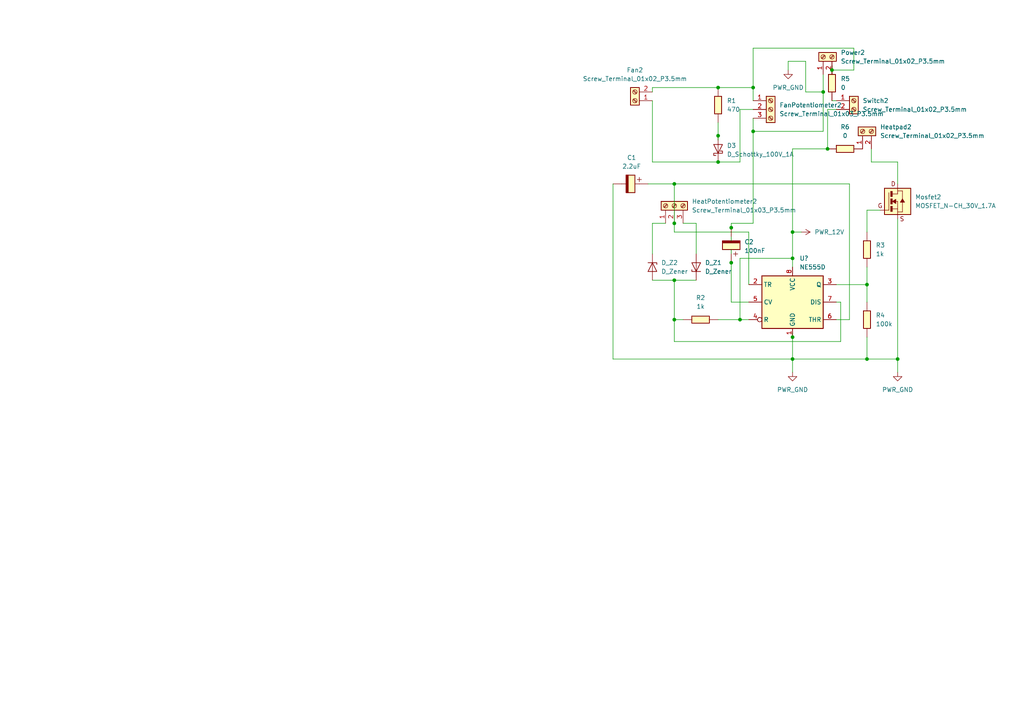
<source format=kicad_sch>
(kicad_sch (version 20211123) (generator eeschema)
  (paper "A4")
  (lib_symbols
    (symbol "Timer:NE555D"
      (property "Reference" "U" (at -10.16 8.89 0))
      (property "Value" "NE555D" (at 2.54 8.89 0))
      (symbol "NE555D_0_0"
        (pin power_in line (at 0 -10.16 90) (length 2.54) (name "GND") (number "1"))
        (pin power_in line (at 0 10.16 270) (length 2.54) (name "VCC") (number "8"))
      )
      (symbol "NE555D_0_1"
        (rectangle (start -8.89 -7.62) (end 8.89 7.62) (stroke (width 0.254)) (fill (type background)))
        (rectangle (start -8.89 -7.62) (end 8.89 7.62) (stroke (width 0.254)) (fill (type background)))
      )
      (symbol "NE555D_1_1"
        (pin input line (at -12.7 5.08 0) (length 3.81) (name "TR") (number "2"))
        (pin output line (at 12.7 5.08 180) (length 3.81) (name "Q") (number "3"))
        (pin input inverted (at -12.7 -5.08 0) (length 3.81) (name "R") (number "4"))
        (pin input line (at -12.7 0 0) (length 3.81) (name "CV") (number "5"))
        (pin input line (at 12.7 -5.08 180) (length 3.81) (name "THR") (number "6"))
        (pin input line (at 12.7 0 180) (length 3.81) (name "DIS") (number "7"))
      )
    )
    (symbol "fab:CP_Elec_D10.0mm" (pin_numbers hide)
      (property "Reference" "C" (at 1.27 2.54 0))
      (property "Value" "CP_Elec_D10.0mm" (at 1.27 -2.54 0))
      (symbol "CP_Elec_D10.0mm_0_1"
        (rectangle (start -2.54 -0.635) (end 2.54 -1.27) (fill (type outline)))
        (polyline (pts (xy -1.27 1.905) (xy -1.27 3.175)))
        (polyline (pts (xy -0.635 2.54) (xy -1.905 2.54)))
        (polyline (pts (xy 0 -1.27) (xy 0 -2.54)))
        (polyline (pts (xy 0 2.54) (xy 0 1.27)))
        (polyline (pts (xy -2.54 -1.27) (xy -2.54 1.27) (xy 2.54 1.27) (xy 2.54 -1.27) (xy -2.54 -1.27)) (stroke (width 0.254)) (fill (type background)))
      )
      (symbol "CP_Elec_D10.0mm_1_1"
        (pin passive line (at 0 5.08 270) (length 2.54) (name "~") (number "1"))
        (pin passive line (at 0 -5.08 90) (length 2.54) (name "~") (number "2"))
      )
    )
    (symbol "fab:D_Schottky_100V_1A" (pin_numbers hide) (pin_names (offset 1.016) hide)
      (property "Reference" "D" (at 0 2.54 0))
      (property "Value" "D_Schottky_100V_1A" (at 0 -2.54 0))
      (symbol "D_Schottky_100V_1A_0_1"
        (polyline (pts (xy 1.27 0) (xy -1.27 0)))
        (polyline (pts (xy 1.27 1.27) (xy 1.27 -1.27) (xy -1.27 0) (xy 1.27 1.27)) (stroke (width 0.2032)))
        (polyline (pts (xy -1.905 0.635) (xy -1.905 1.27) (xy -1.27 1.27) (xy -1.27 -1.27) (xy -0.635 -1.27) (xy -0.635 -0.635)) (stroke (width 0.2032)))
      )
      (symbol "D_Schottky_100V_1A_1_1"
        (pin passive line (at -3.81 0 0) (length 2.54) (name "K") (number "1"))
        (pin passive line (at 3.81 0 180) (length 2.54) (name "A") (number "2"))
      )
    )
    (symbol "fab:D_Zener" (pin_numbers hide) (pin_names hide)
      (property "Reference" "D" (at 0 2.54 0))
      (property "Value" "D_Zener" (at 0 -2.54 0))
      (symbol "D_Zener_0_1"
        (polyline (pts (xy 1.27 0) (xy -1.27 0)))
        (polyline (pts (xy -1.27 -1.27) (xy -1.27 1.27) (xy -0.762 1.27)) (stroke (width 0.2032)))
        (polyline (pts (xy 1.27 -1.27) (xy 1.27 1.27) (xy -1.27 0) (xy 1.27 -1.27)) (stroke (width 0.2032)))
      )
      (symbol "D_Zener_1_1"
        (pin passive line (at -3.81 0 0) (length 2.54) (name "K") (number "1"))
        (pin passive line (at 3.81 0 180) (length 2.54) (name "A") (number "2"))
      )
    )
    (symbol "fab:MOSFET_N-CH_30V_1.7A" (pin_numbers hide) (pin_names (offset 1.016) hide)
      (property "Reference" "Q" (at 1.27 7.62 0))
      (property "Value" "MOSFET_N-CH_30V_1.7A" (at 1.27 5.08 0))
      (symbol "MOSFET_N-CH_30V_1.7A_0_1"
        (rectangle (start -3.81 3.81) (end 3.81 -3.81) (stroke (width 0.254)) (fill (type background)))
      )
      (symbol "MOSFET_N-CH_30V_1.7A_1_0"
        (polyline (pts (xy -2.54 -2.54) (xy -2.54 2.54)))
        (polyline (pts (xy -1.524 -2.159) (xy 0 -2.159)))
        (polyline (pts (xy -1.524 2.159) (xy 0 2.159)))
        (polyline (pts (xy -0.508 0) (xy 0 0)))
        (polyline (pts (xy 0 -2.159) (xy 0 -2.54)))
        (polyline (pts (xy 0 0) (xy 0 -2.159)))
        (polyline (pts (xy 0 2.159) (xy 0 2.54)))
        (polyline (pts (xy 0 3.048) (xy 1.397 3.048)))
        (polyline (pts (xy 1.397 -3.048) (xy 0 -3.048)))
        (polyline (pts (xy 1.397 -0.254) (xy 1.397 -3.048)))
        (polyline (pts (xy 1.397 3.048) (xy 1.397 0.762)))
        (text "D" (at -1.27 5.08 0) (effects (font (size 1.27 1.27))))
        (text "G" (at -5.08 -1.27 0) (effects (font (size 1.27 1.27))))
        (text "S" (at 1.27 -5.08 0) (effects (font (size 1.27 1.27))))
      )
      (symbol "MOSFET_N-CH_30V_1.7A_1_1"
        (rectangle (start -2.032 -2.921) (end -1.524 -1.397) (fill (type outline)))
        (rectangle (start -2.032 -0.762) (end -1.524 0.762) (fill (type outline)))
        (rectangle (start -2.032 1.397) (end -1.524 2.921) (fill (type outline)))
        (polyline (pts (xy -1.524 0) (xy -0.508 0.635) (xy -0.508 0.635) (xy -0.508 -0.635) (xy -0.508 -0.635) (xy -1.524 0)) (fill (type outline)))
        (polyline (pts (xy 1.397 0.762) (xy 2.032 -0.254) (xy 2.032 -0.254) (xy 0.762 -0.254) (xy 0.762 -0.254) (xy 1.397 0.762)) (fill (type outline)))
        (pin passive line (at -5.08 -2.54 0) (length 2.54) (name "G") (number "1"))
        (pin passive line (at 0 -5.08 90) (length 2.54) (name "S") (number "2"))
        (pin passive line (at 0 5.08 270) (length 2.54) (name "D") (number "3"))
      )
    )
    (symbol "fab:PWR_12V" (power) (pin_names (offset 0))
      (property "Value" "PWR_12V" (at 0 3.556 0))
      (symbol "PWR_12V_0_1"
        (polyline (pts (xy -0.762 1.27) (xy 0 2.54)))
        (polyline (pts (xy 0 0) (xy 0 2.54)))
        (polyline (pts (xy 0 2.54) (xy 0.762 1.27)))
      )
      (symbol "PWR_12V_1_1"
        (pin power_in line (at 0 0 90) (length 0) hide (name "PWR_12V") (number "1"))
      )
    )
    (symbol "fab:PWR_GND" (power) (pin_names (offset 0))
      (property "Value" "PWR_GND" (at 0 -3.81 0))
      (symbol "PWR_GND_0_1"
        (polyline (pts (xy 0 0) (xy 0 -1.27) (xy 1.27 -1.27) (xy 0 -2.54) (xy -1.27 -1.27) (xy 0 -1.27)))
      )
      (symbol "PWR_GND_1_1"
        (pin power_in line (at 0 0 270) (length 0) hide (name "PWR_GND") (number "1"))
      )
    )
    (symbol "fab:R_1206" (pin_numbers hide) (pin_names (offset 0))
      (property "Reference" "R" (at 2.54 0 90))
      (property "Value" "R_1206" (at -2.54 0 90))
      (symbol "R_1206_0_1"
        (rectangle (start -1.016 -2.54) (end 1.016 2.54) (stroke (width 0.254)) (fill (type background)))
      )
      (symbol "R_1206_1_1"
        (pin passive line (at 0 5.08 270) (length 2.54) (name "~") (number "1"))
        (pin passive line (at 0 -5.08 90) (length 2.54) (name "~") (number "2"))
      )
    )
    (symbol "fab:Screw_Terminal_01x02_P3.5mm" (pin_names (offset 1.016) hide)
      (property "Reference" "J" (at 0 3.81 0))
      (property "Value" "Screw_Terminal_01x02_P3.5mm" (at 0 -3.81 0))
      (symbol "Screw_Terminal_01x02_P3.5mm_1_1"
        (rectangle (start -1.27 2.54) (end 1.27 -2.54) (stroke (width 0.254)) (fill (type background)))
        (circle (center 0 -1.27) (radius 0.635) (stroke (width 0.1524)))
        (polyline (pts (xy -0.5334 -0.9398) (xy 0.3302 -1.778)) (stroke (width 0.1524)))
        (polyline (pts (xy -0.5334 1.6002) (xy 0.3302 0.762)) (stroke (width 0.1524)))
        (polyline (pts (xy -0.3556 -0.762) (xy 0.508 -1.6002)) (stroke (width 0.1524)))
        (polyline (pts (xy -0.3556 1.778) (xy 0.508 0.9398)) (stroke (width 0.1524)))
        (circle (center 0 1.27) (radius 0.635) (stroke (width 0.1524)))
        (pin passive line (at -5.08 1.27 0) (length 3.81) (name "Pin_1") (number "1"))
        (pin passive line (at -5.08 -1.27 0) (length 3.81) (name "Pin_2") (number "2"))
      )
    )
    (symbol "fab:Screw_Terminal_01x03_P3.5mm" (pin_names (offset 1.016) hide)
      (property "Reference" "J" (at 0 5.08 0))
      (property "Value" "Screw_Terminal_01x03_P3.5mm" (at 0 -5.08 0))
      (symbol "Screw_Terminal_01x03_P3.5mm_1_1"
        (rectangle (start -1.27 3.81) (end 1.27 -3.81) (stroke (width 0.254)) (fill (type background)))
        (circle (center 0 -2.54) (radius 0.635) (stroke (width 0.1524)))
        (polyline (pts (xy -0.5334 -2.2098) (xy 0.3302 -3.048)) (stroke (width 0.1524)))
        (polyline (pts (xy -0.5334 0.3302) (xy 0.3302 -0.508)) (stroke (width 0.1524)))
        (polyline (pts (xy -0.5334 2.8702) (xy 0.3302 2.032)) (stroke (width 0.1524)))
        (polyline (pts (xy -0.3556 -2.032) (xy 0.508 -2.8702)) (stroke (width 0.1524)))
        (polyline (pts (xy -0.3556 0.508) (xy 0.508 -0.3302)) (stroke (width 0.1524)))
        (polyline (pts (xy -0.3556 3.048) (xy 0.508 2.2098)) (stroke (width 0.1524)))
        (circle (center 0 0) (radius 0.635) (stroke (width 0.1524)))
        (circle (center 0 2.54) (radius 0.635) (stroke (width 0.1524)))
        (pin passive line (at -5.08 2.54 0) (length 3.81) (name "Pin_1") (number "1"))
        (pin passive line (at -5.08 0 0) (length 3.81) (name "Pin_2") (number "2"))
        (pin passive line (at -5.08 -2.54 0) (length 3.81) (name "Pin_3") (number "3"))
      )
    )
  )
  (junction (at 214.63 92.71))
  (junction (at 229.87 67.31))
  (junction (at 238.76 26.67))
  (junction (at 240.03 43.18))
  (junction (at 260.35 104.14))
  (junction (at 212.09 66.04))
  (junction (at 195.58 64.77))
  (junction (at 212.09 76.2))
  (junction (at 208.28 39.37))
  (junction (at 195.58 53.34))
  (junction (at 251.46 104.14))
  (junction (at 229.87 74.93))
  (junction (at 241.3 20.32))
  (junction (at 195.58 92.71))
  (junction (at 218.44 25.4))
  (junction (at 195.58 81.28))
  (junction (at 218.44 38.1))
  (junction (at 229.87 104.14))
  (junction (at 208.28 46.99))
  (junction (at 251.46 82.55))
  (junction (at 229.87 97.79))
  (junction (at 208.28 25.4))
  (wire (pts (xy 251.46 82.55) (xy 251.46 87.63)))
  (wire (pts (xy 229.87 97.79) (xy 229.87 104.14)))
  (wire (pts (xy 242.57 29.21) (xy 241.3 29.21)))
  (wire (pts (xy 218.44 34.29) (xy 218.44 38.1)))
  (wire (pts (xy 229.87 74.93) (xy 229.87 77.47)))
  (wire (pts (xy 251.46 104.14) (xy 251.46 97.79)))
  (wire (pts (xy 195.58 81.28) (xy 201.93 81.28)))
  (wire (pts (xy 238.76 26.67) (xy 238.76 21.59)))
  (wire (pts (xy 238.76 38.1) (xy 238.76 26.67)))
  (wire (pts (xy 208.28 35.56) (xy 208.28 39.37)))
  (wire (pts (xy 229.87 67.31) (xy 232.41 67.31)))
  (wire (pts (xy 201.93 64.77) (xy 201.93 73.66)))
  (wire (pts (xy 241.3 19.05) (xy 241.3 20.32)))
  (wire (pts (xy 214.63 74.93) (xy 229.87 74.93)))
  (wire (pts (xy 198.12 92.71) (xy 195.58 92.71)))
  (wire (pts (xy 212.09 64.77) (xy 212.09 66.04)))
  (wire (pts (xy 241.3 20.32) (xy 247.65 20.32)))
  (wire (pts (xy 243.84 87.63) (xy 243.84 99.06)))
  (wire (pts (xy 243.84 99.06) (xy 195.58 99.06)))
  (wire (pts (xy 195.58 53.34) (xy 246.38 53.34)))
  (wire (pts (xy 193.04 64.77) (xy 189.23 64.77)))
  (wire (pts (xy 189.23 46.99) (xy 208.28 46.99)))
  (wire (pts (xy 218.44 38.1) (xy 238.76 38.1)))
  (wire (pts (xy 217.17 92.71) (xy 214.63 92.71)))
  (wire (pts (xy 218.44 25.4) (xy 218.44 29.21)))
  (wire (pts (xy 189.23 25.4) (xy 189.23 26.67)))
  (wire (pts (xy 241.3 20.32) (xy 241.3 21.59)))
  (wire (pts (xy 251.46 77.47) (xy 251.46 82.55)))
  (wire (pts (xy 189.23 81.28) (xy 195.58 81.28)))
  (wire (pts (xy 240.03 43.18) (xy 229.87 43.18)))
  (wire (pts (xy 212.09 72.39) (xy 212.09 76.2)))
  (wire (pts (xy 189.23 29.21) (xy 189.23 46.99)))
  (wire (pts (xy 233.68 26.67) (xy 233.68 17.78)))
  (wire (pts (xy 260.35 53.34) (xy 260.35 46.99)))
  (wire (pts (xy 251.46 60.96) (xy 255.27 60.96)))
  (wire (pts (xy 260.35 46.99) (xy 252.73 46.99)))
  (wire (pts (xy 195.58 99.06) (xy 195.58 92.71)))
  (wire (pts (xy 208.28 25.4) (xy 189.23 25.4)))
  (wire (pts (xy 247.65 13.97) (xy 247.65 20.32)))
  (wire (pts (xy 212.09 87.63) (xy 217.17 87.63)))
  (wire (pts (xy 218.44 38.1) (xy 218.44 64.77)))
  (wire (pts (xy 189.23 64.77) (xy 189.23 73.66)))
  (wire (pts (xy 260.35 63.5) (xy 260.35 104.14)))
  (wire (pts (xy 195.58 64.77) (xy 195.58 67.31)))
  (wire (pts (xy 212.09 76.2) (xy 212.09 87.63)))
  (wire (pts (xy 242.57 87.63) (xy 243.84 87.63)))
  (wire (pts (xy 212.09 66.04) (xy 212.09 69.85)))
  (wire (pts (xy 252.73 43.18) (xy 252.73 46.99)))
  (wire (pts (xy 195.58 67.31) (xy 217.17 67.31)))
  (wire (pts (xy 208.28 39.37) (xy 208.28 40.64)))
  (wire (pts (xy 228.6 17.78) (xy 228.6 20.32)))
  (wire (pts (xy 247.65 13.97) (xy 218.44 13.97)))
  (wire (pts (xy 238.76 26.67) (xy 233.68 26.67)))
  (wire (pts (xy 218.44 31.75) (xy 214.63 31.75)))
  (wire (pts (xy 177.8 104.14) (xy 229.87 104.14)))
  (wire (pts (xy 251.46 67.31) (xy 251.46 60.96)))
  (wire (pts (xy 229.87 43.18) (xy 229.87 67.31)))
  (wire (pts (xy 195.58 53.34) (xy 195.58 64.77)))
  (wire (pts (xy 195.58 92.71) (xy 195.58 81.28)))
  (wire (pts (xy 218.44 25.4) (xy 208.28 25.4)))
  (wire (pts (xy 218.44 64.77) (xy 212.09 64.77)))
  (wire (pts (xy 229.87 104.14) (xy 229.87 107.95)))
  (wire (pts (xy 218.44 13.97) (xy 218.44 25.4)))
  (wire (pts (xy 233.68 17.78) (xy 228.6 17.78)))
  (wire (pts (xy 177.8 53.34) (xy 177.8 104.14)))
  (wire (pts (xy 229.87 67.31) (xy 229.87 74.93)))
  (wire (pts (xy 240.03 31.75) (xy 240.03 43.18)))
  (wire (pts (xy 198.12 64.77) (xy 201.93 64.77)))
  (wire (pts (xy 187.96 53.34) (xy 195.58 53.34)))
  (wire (pts (xy 240.03 31.75) (xy 242.57 31.75)))
  (wire (pts (xy 214.63 92.71) (xy 214.63 74.93)))
  (wire (pts (xy 229.87 104.14) (xy 251.46 104.14)))
  (wire (pts (xy 214.63 31.75) (xy 214.63 46.99)))
  (wire (pts (xy 208.28 46.99) (xy 214.63 46.99)))
  (wire (pts (xy 242.57 92.71) (xy 246.38 92.71)))
  (wire (pts (xy 229.87 96.52) (xy 229.87 97.79)))
  (wire (pts (xy 217.17 82.55) (xy 217.17 67.31)))
  (wire (pts (xy 260.35 104.14) (xy 260.35 107.95)))
  (wire (pts (xy 246.38 53.34) (xy 246.38 92.71)))
  (wire (pts (xy 242.57 82.55) (xy 251.46 82.55)))
  (wire (pts (xy 208.28 92.71) (xy 214.63 92.71)))
  (wire (pts (xy 260.35 104.14) (xy 251.46 104.14)))
  (symbol (lib_id "fab:PWR_GND") (at 229.87 107.95 0) (unit 1)
    (property "Reference" "#PWR0101" (effects hide))
    (property "Value" "PWR_GND" (at 229.87 113.03 0))
  )
  (symbol (lib_id "fab:R_1206") (at 208.28 30.48 0) (unit 1)
    (property "Reference" "R1" (at 210.82 29.2099 0) (effects (justify left)))
    (property "Value" "470" (at 210.82 31.7499 0) (effects (justify left)))
    (property "Footprint" "fab:R_1206" (effects hide))
  )
  (symbol (lib_id "fab:Screw_Terminal_01x02_P3.5mm") (at 184.15 27.94 180) (unit 1)
    (property "Reference" "Fan2" (at 184.15 20.32 0))
    (property "Value" "Screw_Terminal_01x02_P3.5mm" (at 184.15 22.86 0))
    (property "Footprint" "fab:TerminalBlock_OnShore_1x02_P3.50mm_Horizontal" (effects hide))
    (property "Datasheet" "www.on-shore.com/wp-content/uploads/ED555XDS.pdf" (effects hide))
  )
  (symbol (lib_id "fab:CP_Elec_D10.0mm") (at 182.88 53.34 270) (unit 1)
    (property "Reference" "C1" (at 183.1975 45.72 90))
    (property "Value" "2.2uF" (at 183.1975 48.26 90))
    (property "Footprint" "fab:CP_Elec_D10.0mm" (effects hide))
    (property "Datasheet" "https://na.industrial.panasonic.com/file-download/19641" (effects hide))
  )
  (symbol (lib_id "Timer:NE555D") (at 229.87 87.63 0) (unit 1)
    (property "Reference" "U?" (at 231.8894 74.93 0) (effects (justify left)))
    (property "Value" "NE555D" (at 231.8894 77.47 0) (effects (justify left)))
    (property "Footprint" "Package_SO:SOIC-8_3.9x4.9mm_P1.27mm" (effects hide))
    (property "Datasheet" "http://www.ti.com/lit/ds/symlink/ne555.pdf" (effects hide))
  )
  (symbol (lib_id "fab:Screw_Terminal_01x02_P3.5mm") (at 251.46 38.1 90) (unit 1)
    (property "Reference" "Heatpad2" (at 255.27 36.8299 90) (effects (justify right)))
    (property "Value" "Screw_Terminal_01x02_P3.5mm" (at 255.27 39.3699 90) (effects (justify right)))
    (property "Footprint" "fab:TerminalBlock_OnShore_1x02_P3.50mm_Horizontal" (effects hide))
    (property "Datasheet" "www.on-shore.com/wp-content/uploads/ED555XDS.pdf" (effects hide))
  )
  (symbol (lib_id "fab:R_1206") (at 203.2 92.71 90) (unit 1)
    (property "Reference" "R2" (at 203.2 86.36 90))
    (property "Value" "1k" (at 203.2 88.9 90))
    (property "Footprint" "fab:R_1206" (effects hide))
  )
  (symbol (lib_id "fab:R_1206") (at 251.46 72.39 0) (unit 1)
    (property "Reference" "R3" (at 254 71.1199 0) (effects (justify left)))
    (property "Value" "1k" (at 254 73.6599 0) (effects (justify left)))
    (property "Footprint" "fab:R_1206" (effects hide))
  )
  (symbol (lib_id "fab:PWR_GND") (at 260.35 107.95 0) (unit 1)
    (property "Reference" "#PWR06" (effects hide))
    (property "Value" "PWR_GND" (at 260.35 113.03 0))
  )
  (symbol (lib_id "fab:R_1206") (at 245.11 43.18 90) (unit 1)
    (property "Reference" "R6" (at 245.11 36.83 90))
    (property "Value" "0" (at 245.11 39.37 90))
    (property "Footprint" "fab:R_1206" (effects hide))
  )
  (symbol (lib_id "fab:PWR_GND") (at 228.6 20.32 0) (unit 1)
    (property "Reference" "#PWR05" (effects hide))
    (property "Value" "PWR_GND" (at 228.6 25.4 0))
  )
  (symbol (lib_id "fab:MOSFET_N-CH_30V_1.7A") (at 260.35 58.42 0) (unit 1)
    (property "Reference" "Mosfet2" (at 265.43 57.1498 0) (effects (justify left)))
    (property "Value" "MOSFET_N-CH_30V_1.7A" (at 265.43 59.6898 0) (effects (justify left)))
    (property "Footprint" "fab:SOT-23" (effects hide))
    (property "Datasheet" "https://www.onsemi.com/pub/Collateral/NDS355AN-D.PDF" (effects hide))
  )
  (symbol (lib_id "fab:Screw_Terminal_01x03_P3.5mm") (at 223.52 31.75 0) (unit 1)
    (property "Reference" "FanPotentiometer2" (at 226.06 30.4799 0) (effects (justify left)))
    (property "Value" "Screw_Terminal_01x03_P3.5mm" (at 226.06 33.0199 0) (effects (justify left)))
    (property "Footprint" "fab:TerminalBlock_OnShore_1x03_P3.50mm_Horizontal" (effects hide))
    (property "Datasheet" "www.on-shore.com/wp-content/uploads/ED555XDS.pdf" (effects hide))
  )
  (symbol (lib_id "fab:R_1206") (at 251.46 92.71 0) (unit 1)
    (property "Reference" "R4" (at 254 91.4399 0) (effects (justify left)))
    (property "Value" "100k" (at 254 93.9799 0) (effects (justify left)))
    (property "Footprint" "fab:R_1206" (effects hide))
  )
  (symbol (lib_id "fab:D_Zener") (at 201.93 77.47 90) (unit 1)
    (property "Reference" "D_Z1" (at 204.47 76.1999 90) (effects (justify right)))
    (property "Value" "D_Zener" (at 204.47 78.7399 90) (effects (justify right)))
    (property "Footprint" "fab:SOD-123" (effects hide))
    (property "Datasheet" "https://www.diodes.com/assets/Datasheets/ds18004.pdf" (effects hide))
  )
  (symbol (lib_id "fab:Screw_Terminal_01x02_P3.5mm") (at 240.03 16.51 90) (unit 1)
    (property "Reference" "Power2" (at 243.84 15.2399 90) (effects (justify right)))
    (property "Value" "Screw_Terminal_01x02_P3.5mm" (at 243.84 17.7799 90) (effects (justify right)))
    (property "Footprint" "fab:TerminalBlock_OnShore_1x02_P3.50mm_Horizontal" (effects hide))
    (property "Datasheet" "www.on-shore.com/wp-content/uploads/ED555XDS.pdf" (effects hide))
  )
  (symbol (lib_id "fab:Screw_Terminal_01x02_P3.5mm") (at 247.65 30.48 0) (unit 1)
    (property "Reference" "Switch2" (at 250.19 29.2099 0) (effects (justify left)))
    (property "Value" "Screw_Terminal_01x02_P3.5mm" (at 250.19 31.7499 0) (effects (justify left)))
    (property "Footprint" "fab:TerminalBlock_OnShore_1x02_P3.50mm_Horizontal" (effects hide))
    (property "Datasheet" "www.on-shore.com/wp-content/uploads/ED555XDS.pdf" (effects hide))
  )
  (symbol (lib_id "fab:R_1206") (at 241.3 24.13 0) (unit 1)
    (property "Reference" "R5" (at 243.84 22.8599 0) (effects (justify left)))
    (property "Value" "0" (at 243.84 25.3999 0) (effects (justify left)))
    (property "Footprint" "fab:R_1206" (effects hide))
  )
  (symbol (lib_id "fab:D_Schottky_100V_1A") (at 208.28 43.18 90) (unit 1)
    (property "Reference" "D3" (at 210.82 42.2274 90) (effects (justify right)))
    (property "Value" "D_Schottky_100V_1A" (at 210.82 44.7674 90) (effects (justify right)))
    (property "Footprint" "fab:SOD-123T" (effects hide))
    (property "Datasheet" "https://www.st.com/content/ccc/resource/technical/document/datasheet/c6/32/d4/4a/28/d3/4b/11/CD00004930.pdf/files/CD00004930.pdf/jcr:content/translations/en.CD00004930.pdf" (effects hide))
  )
  (symbol (lib_id "fab:Screw_Terminal_01x03_P3.5mm") (at 195.58 59.69 90) (unit 1)
    (property "Reference" "HeatPotentiometer2" (at 200.66 58.4199 90) (effects (justify right)))
    (property "Value" "Screw_Terminal_01x03_P3.5mm" (at 200.66 60.9599 90) (effects (justify right)))
    (property "Footprint" "fab:TerminalBlock_OnShore_1x03_P3.50mm_Horizontal" (effects hide))
    (property "Datasheet" "www.on-shore.com/wp-content/uploads/ED555XDS.pdf" (effects hide))
  )
  (symbol (lib_id "fab:CP_Elec_D10.0mm") (at 212.09 71.12 180) (unit 1)
    (property "Reference" "C2" (at 215.9 70.1674 0) (effects (justify right)))
    (property "Value" "100nF" (at 215.9 72.7074 0) (effects (justify right)))
    (property "Footprint" "fab:CP_Elec_D10.0mm" (effects hide))
    (property "Datasheet" "https://na.industrial.panasonic.com/file-download/19641" (effects hide))
  )
  (symbol (lib_id "fab:D_Zener") (at 189.23 77.47 270) (unit 1)
    (property "Reference" "D_Z2" (at 191.77 76.1999 90) (effects (justify left)))
    (property "Value" "D_Zener" (at 191.77 78.7399 90) (effects (justify left)))
    (property "Footprint" "fab:SOD-123" (effects hide))
    (property "Datasheet" "https://www.diodes.com/assets/Datasheets/ds18004.pdf" (effects hide))
  )
  (symbol (lib_id "fab:PWR_12V") (at 232.41 67.31 270) (unit 1)
    (property "Reference" "#PWR0102" (effects hide))
    (property "Value" "PWR_12V" (at 236.22 67.3099 90) (effects (justify left)))
  )
)
</source>
